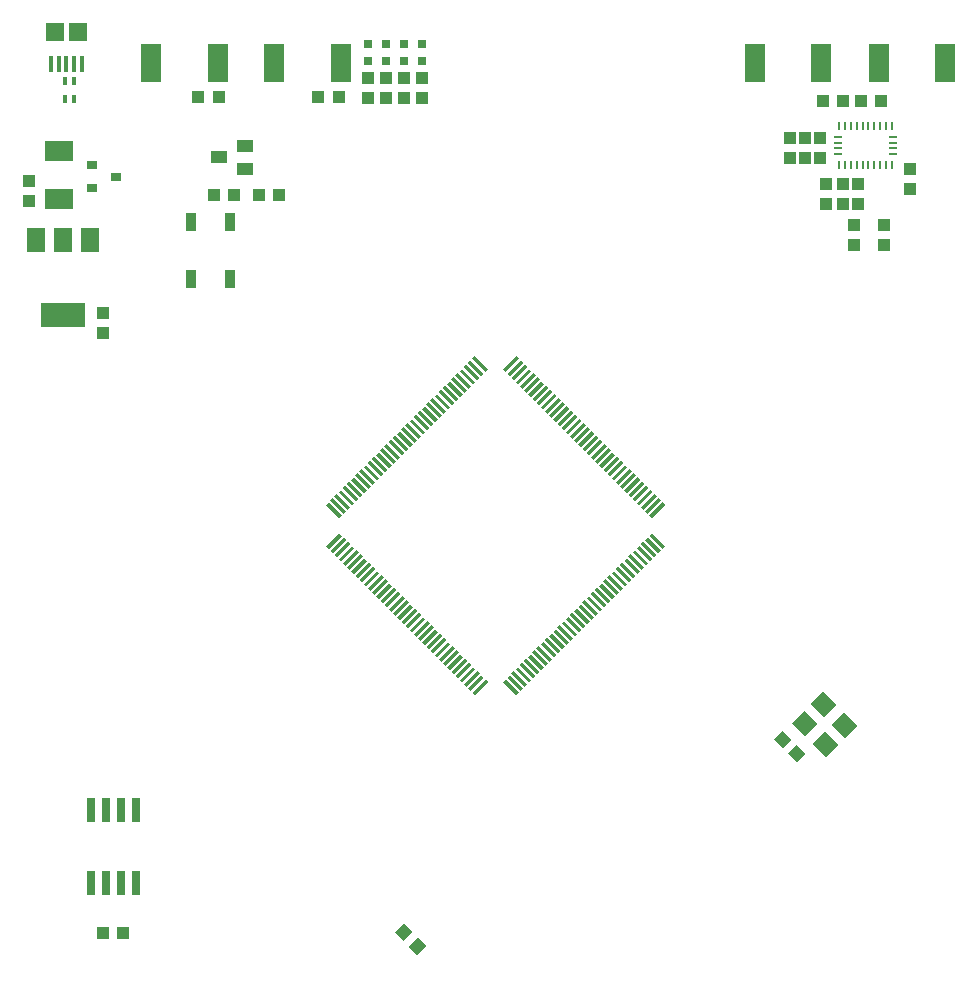
<source format=gtp>
G75*
%MOIN*%
%OFA0B0*%
%FSLAX25Y25*%
%IPPOS*%
%LPD*%
%AMOC8*
5,1,8,0,0,1.08239X$1,22.5*
%
%ADD10R,0.01181X0.06299*%
%ADD11R,0.06299X0.01181*%
%ADD12R,0.03937X0.04331*%
%ADD13R,0.06299X0.05906*%
%ADD14R,0.04331X0.03937*%
%ADD15R,0.03500X0.03100*%
%ADD16R,0.05906X0.06102*%
%ADD17R,0.01575X0.05315*%
%ADD18R,0.01772X0.02756*%
%ADD19R,0.05900X0.07900*%
%ADD20R,0.15000X0.07900*%
%ADD21R,0.09449X0.07087*%
%ADD22R,0.02600X0.08000*%
%ADD23R,0.00984X0.02657*%
%ADD24R,0.02657X0.00984*%
%ADD25R,0.07087X0.12598*%
%ADD26R,0.03543X0.05906*%
%ADD27R,0.05512X0.03937*%
%ADD28R,0.03150X0.03150*%
D10*
G36*
X0225978Y0198386D02*
X0225144Y0197552D01*
X0220692Y0202004D01*
X0221526Y0202838D01*
X0225978Y0198386D01*
G37*
G36*
X0227370Y0199778D02*
X0226536Y0198944D01*
X0222084Y0203396D01*
X0222918Y0204230D01*
X0227370Y0199778D01*
G37*
G36*
X0228762Y0201170D02*
X0227928Y0200336D01*
X0223476Y0204788D01*
X0224310Y0205622D01*
X0228762Y0201170D01*
G37*
G36*
X0230154Y0202562D02*
X0229320Y0201728D01*
X0224868Y0206180D01*
X0225702Y0207014D01*
X0230154Y0202562D01*
G37*
G36*
X0231546Y0203954D02*
X0230712Y0203120D01*
X0226260Y0207572D01*
X0227094Y0208406D01*
X0231546Y0203954D01*
G37*
G36*
X0232938Y0205346D02*
X0232104Y0204512D01*
X0227652Y0208964D01*
X0228486Y0209798D01*
X0232938Y0205346D01*
G37*
G36*
X0234330Y0206738D02*
X0233496Y0205904D01*
X0229044Y0210356D01*
X0229878Y0211190D01*
X0234330Y0206738D01*
G37*
G36*
X0235722Y0208130D02*
X0234888Y0207296D01*
X0230436Y0211748D01*
X0231270Y0212582D01*
X0235722Y0208130D01*
G37*
G36*
X0237114Y0209521D02*
X0236280Y0208687D01*
X0231828Y0213139D01*
X0232662Y0213973D01*
X0237114Y0209521D01*
G37*
G36*
X0238506Y0210913D02*
X0237672Y0210079D01*
X0233220Y0214531D01*
X0234054Y0215365D01*
X0238506Y0210913D01*
G37*
G36*
X0239898Y0212305D02*
X0239064Y0211471D01*
X0234612Y0215923D01*
X0235446Y0216757D01*
X0239898Y0212305D01*
G37*
G36*
X0241290Y0213697D02*
X0240456Y0212863D01*
X0236004Y0217315D01*
X0236838Y0218149D01*
X0241290Y0213697D01*
G37*
G36*
X0242682Y0215089D02*
X0241848Y0214255D01*
X0237396Y0218707D01*
X0238230Y0219541D01*
X0242682Y0215089D01*
G37*
G36*
X0244074Y0216481D02*
X0243240Y0215647D01*
X0238788Y0220099D01*
X0239622Y0220933D01*
X0244074Y0216481D01*
G37*
G36*
X0245466Y0217873D02*
X0244632Y0217039D01*
X0240180Y0221491D01*
X0241014Y0222325D01*
X0245466Y0217873D01*
G37*
G36*
X0246858Y0219265D02*
X0246024Y0218431D01*
X0241572Y0222883D01*
X0242406Y0223717D01*
X0246858Y0219265D01*
G37*
G36*
X0248250Y0220657D02*
X0247416Y0219823D01*
X0242964Y0224275D01*
X0243798Y0225109D01*
X0248250Y0220657D01*
G37*
G36*
X0249641Y0222049D02*
X0248807Y0221215D01*
X0244355Y0225667D01*
X0245189Y0226501D01*
X0249641Y0222049D01*
G37*
G36*
X0251033Y0223441D02*
X0250199Y0222607D01*
X0245747Y0227059D01*
X0246581Y0227893D01*
X0251033Y0223441D01*
G37*
G36*
X0252425Y0224833D02*
X0251591Y0223999D01*
X0247139Y0228451D01*
X0247973Y0229285D01*
X0252425Y0224833D01*
G37*
G36*
X0253817Y0226225D02*
X0252983Y0225391D01*
X0248531Y0229843D01*
X0249365Y0230677D01*
X0253817Y0226225D01*
G37*
G36*
X0255209Y0227617D02*
X0254375Y0226783D01*
X0249923Y0231235D01*
X0250757Y0232069D01*
X0255209Y0227617D01*
G37*
G36*
X0256601Y0229009D02*
X0255767Y0228175D01*
X0251315Y0232627D01*
X0252149Y0233461D01*
X0256601Y0229009D01*
G37*
G36*
X0257993Y0230401D02*
X0257159Y0229567D01*
X0252707Y0234019D01*
X0253541Y0234853D01*
X0257993Y0230401D01*
G37*
G36*
X0259385Y0231793D02*
X0258551Y0230959D01*
X0254099Y0235411D01*
X0254933Y0236245D01*
X0259385Y0231793D01*
G37*
G36*
X0260777Y0233185D02*
X0259943Y0232351D01*
X0255491Y0236803D01*
X0256325Y0237637D01*
X0260777Y0233185D01*
G37*
G36*
X0262169Y0234576D02*
X0261335Y0233742D01*
X0256883Y0238194D01*
X0257717Y0239028D01*
X0262169Y0234576D01*
G37*
G36*
X0263561Y0235968D02*
X0262727Y0235134D01*
X0258275Y0239586D01*
X0259109Y0240420D01*
X0263561Y0235968D01*
G37*
G36*
X0264953Y0237360D02*
X0264119Y0236526D01*
X0259667Y0240978D01*
X0260501Y0241812D01*
X0264953Y0237360D01*
G37*
G36*
X0266345Y0238752D02*
X0265511Y0237918D01*
X0261059Y0242370D01*
X0261893Y0243204D01*
X0266345Y0238752D01*
G37*
G36*
X0267737Y0240144D02*
X0266903Y0239310D01*
X0262451Y0243762D01*
X0263285Y0244596D01*
X0267737Y0240144D01*
G37*
G36*
X0269129Y0241536D02*
X0268295Y0240702D01*
X0263843Y0245154D01*
X0264677Y0245988D01*
X0269129Y0241536D01*
G37*
G36*
X0270521Y0242928D02*
X0269687Y0242094D01*
X0265235Y0246546D01*
X0266069Y0247380D01*
X0270521Y0242928D01*
G37*
G36*
X0271913Y0244320D02*
X0271079Y0243486D01*
X0266627Y0247938D01*
X0267461Y0248772D01*
X0271913Y0244320D01*
G37*
G36*
X0273304Y0245712D02*
X0272470Y0244878D01*
X0268018Y0249330D01*
X0268852Y0250164D01*
X0273304Y0245712D01*
G37*
G36*
X0274696Y0247104D02*
X0273862Y0246270D01*
X0269410Y0250722D01*
X0270244Y0251556D01*
X0274696Y0247104D01*
G37*
G36*
X0215678Y0306122D02*
X0214844Y0305288D01*
X0210392Y0309740D01*
X0211226Y0310574D01*
X0215678Y0306122D01*
G37*
G36*
X0214286Y0304730D02*
X0213452Y0303896D01*
X0209000Y0308348D01*
X0209834Y0309182D01*
X0214286Y0304730D01*
G37*
G36*
X0212894Y0303338D02*
X0212060Y0302504D01*
X0207608Y0306956D01*
X0208442Y0307790D01*
X0212894Y0303338D01*
G37*
G36*
X0211502Y0301946D02*
X0210668Y0301112D01*
X0206216Y0305564D01*
X0207050Y0306398D01*
X0211502Y0301946D01*
G37*
G36*
X0210110Y0300555D02*
X0209276Y0299721D01*
X0204824Y0304173D01*
X0205658Y0305007D01*
X0210110Y0300555D01*
G37*
G36*
X0208718Y0299163D02*
X0207884Y0298329D01*
X0203432Y0302781D01*
X0204266Y0303615D01*
X0208718Y0299163D01*
G37*
G36*
X0207326Y0297771D02*
X0206492Y0296937D01*
X0202040Y0301389D01*
X0202874Y0302223D01*
X0207326Y0297771D01*
G37*
G36*
X0205934Y0296379D02*
X0205100Y0295545D01*
X0200648Y0299997D01*
X0201482Y0300831D01*
X0205934Y0296379D01*
G37*
G36*
X0204543Y0294987D02*
X0203709Y0294153D01*
X0199257Y0298605D01*
X0200091Y0299439D01*
X0204543Y0294987D01*
G37*
G36*
X0203151Y0293595D02*
X0202317Y0292761D01*
X0197865Y0297213D01*
X0198699Y0298047D01*
X0203151Y0293595D01*
G37*
G36*
X0201759Y0292203D02*
X0200925Y0291369D01*
X0196473Y0295821D01*
X0197307Y0296655D01*
X0201759Y0292203D01*
G37*
G36*
X0200367Y0290811D02*
X0199533Y0289977D01*
X0195081Y0294429D01*
X0195915Y0295263D01*
X0200367Y0290811D01*
G37*
G36*
X0198975Y0289419D02*
X0198141Y0288585D01*
X0193689Y0293037D01*
X0194523Y0293871D01*
X0198975Y0289419D01*
G37*
G36*
X0197583Y0288027D02*
X0196749Y0287193D01*
X0192297Y0291645D01*
X0193131Y0292479D01*
X0197583Y0288027D01*
G37*
G36*
X0196191Y0286635D02*
X0195357Y0285801D01*
X0190905Y0290253D01*
X0191739Y0291087D01*
X0196191Y0286635D01*
G37*
G36*
X0194799Y0285243D02*
X0193965Y0284409D01*
X0189513Y0288861D01*
X0190347Y0289695D01*
X0194799Y0285243D01*
G37*
G36*
X0193407Y0283851D02*
X0192573Y0283017D01*
X0188121Y0287469D01*
X0188955Y0288303D01*
X0193407Y0283851D01*
G37*
G36*
X0192015Y0282459D02*
X0191181Y0281625D01*
X0186729Y0286077D01*
X0187563Y0286911D01*
X0192015Y0282459D01*
G37*
G36*
X0190623Y0281067D02*
X0189789Y0280233D01*
X0185337Y0284685D01*
X0186171Y0285519D01*
X0190623Y0281067D01*
G37*
G36*
X0189231Y0279675D02*
X0188397Y0278841D01*
X0183945Y0283293D01*
X0184779Y0284127D01*
X0189231Y0279675D01*
G37*
G36*
X0187839Y0278283D02*
X0187005Y0277449D01*
X0182553Y0281901D01*
X0183387Y0282735D01*
X0187839Y0278283D01*
G37*
G36*
X0186447Y0276892D02*
X0185613Y0276058D01*
X0181161Y0280510D01*
X0181995Y0281344D01*
X0186447Y0276892D01*
G37*
G36*
X0185055Y0275500D02*
X0184221Y0274666D01*
X0179769Y0279118D01*
X0180603Y0279952D01*
X0185055Y0275500D01*
G37*
G36*
X0183663Y0274108D02*
X0182829Y0273274D01*
X0178377Y0277726D01*
X0179211Y0278560D01*
X0183663Y0274108D01*
G37*
G36*
X0182271Y0272716D02*
X0181437Y0271882D01*
X0176985Y0276334D01*
X0177819Y0277168D01*
X0182271Y0272716D01*
G37*
G36*
X0180880Y0271324D02*
X0180046Y0270490D01*
X0175594Y0274942D01*
X0176428Y0275776D01*
X0180880Y0271324D01*
G37*
G36*
X0179488Y0269932D02*
X0178654Y0269098D01*
X0174202Y0273550D01*
X0175036Y0274384D01*
X0179488Y0269932D01*
G37*
G36*
X0178096Y0268540D02*
X0177262Y0267706D01*
X0172810Y0272158D01*
X0173644Y0272992D01*
X0178096Y0268540D01*
G37*
G36*
X0176704Y0267148D02*
X0175870Y0266314D01*
X0171418Y0270766D01*
X0172252Y0271600D01*
X0176704Y0267148D01*
G37*
G36*
X0175312Y0265756D02*
X0174478Y0264922D01*
X0170026Y0269374D01*
X0170860Y0270208D01*
X0175312Y0265756D01*
G37*
G36*
X0173920Y0264364D02*
X0173086Y0263530D01*
X0168634Y0267982D01*
X0169468Y0268816D01*
X0173920Y0264364D01*
G37*
G36*
X0172528Y0262972D02*
X0171694Y0262138D01*
X0167242Y0266590D01*
X0168076Y0267424D01*
X0172528Y0262972D01*
G37*
G36*
X0171136Y0261580D02*
X0170302Y0260746D01*
X0165850Y0265198D01*
X0166684Y0266032D01*
X0171136Y0261580D01*
G37*
G36*
X0169744Y0260188D02*
X0168910Y0259354D01*
X0164458Y0263806D01*
X0165292Y0264640D01*
X0169744Y0260188D01*
G37*
G36*
X0168352Y0258796D02*
X0167518Y0257962D01*
X0163066Y0262414D01*
X0163900Y0263248D01*
X0168352Y0258796D01*
G37*
G36*
X0166960Y0257404D02*
X0166126Y0256570D01*
X0161674Y0261022D01*
X0162508Y0261856D01*
X0166960Y0257404D01*
G37*
D11*
G36*
X0166960Y0250722D02*
X0162508Y0246270D01*
X0161674Y0247104D01*
X0166126Y0251556D01*
X0166960Y0250722D01*
G37*
G36*
X0168352Y0249330D02*
X0163900Y0244878D01*
X0163066Y0245712D01*
X0167518Y0250164D01*
X0168352Y0249330D01*
G37*
G36*
X0169744Y0247938D02*
X0165292Y0243486D01*
X0164458Y0244320D01*
X0168910Y0248772D01*
X0169744Y0247938D01*
G37*
G36*
X0171136Y0246546D02*
X0166684Y0242094D01*
X0165850Y0242928D01*
X0170302Y0247380D01*
X0171136Y0246546D01*
G37*
G36*
X0172528Y0245154D02*
X0168076Y0240702D01*
X0167242Y0241536D01*
X0171694Y0245988D01*
X0172528Y0245154D01*
G37*
G36*
X0173920Y0243762D02*
X0169468Y0239310D01*
X0168634Y0240144D01*
X0173086Y0244596D01*
X0173920Y0243762D01*
G37*
G36*
X0175312Y0242370D02*
X0170860Y0237918D01*
X0170026Y0238752D01*
X0174478Y0243204D01*
X0175312Y0242370D01*
G37*
G36*
X0176704Y0240978D02*
X0172252Y0236526D01*
X0171418Y0237360D01*
X0175870Y0241812D01*
X0176704Y0240978D01*
G37*
G36*
X0178096Y0239586D02*
X0173644Y0235134D01*
X0172810Y0235968D01*
X0177262Y0240420D01*
X0178096Y0239586D01*
G37*
G36*
X0179488Y0238194D02*
X0175036Y0233742D01*
X0174202Y0234576D01*
X0178654Y0239028D01*
X0179488Y0238194D01*
G37*
G36*
X0180880Y0236803D02*
X0176428Y0232351D01*
X0175594Y0233185D01*
X0180046Y0237637D01*
X0180880Y0236803D01*
G37*
G36*
X0182271Y0235411D02*
X0177819Y0230959D01*
X0176985Y0231793D01*
X0181437Y0236245D01*
X0182271Y0235411D01*
G37*
G36*
X0183663Y0234019D02*
X0179211Y0229567D01*
X0178377Y0230401D01*
X0182829Y0234853D01*
X0183663Y0234019D01*
G37*
G36*
X0185055Y0232627D02*
X0180603Y0228175D01*
X0179769Y0229009D01*
X0184221Y0233461D01*
X0185055Y0232627D01*
G37*
G36*
X0186447Y0231235D02*
X0181995Y0226783D01*
X0181161Y0227617D01*
X0185613Y0232069D01*
X0186447Y0231235D01*
G37*
G36*
X0187839Y0229843D02*
X0183387Y0225391D01*
X0182553Y0226225D01*
X0187005Y0230677D01*
X0187839Y0229843D01*
G37*
G36*
X0189231Y0228451D02*
X0184779Y0223999D01*
X0183945Y0224833D01*
X0188397Y0229285D01*
X0189231Y0228451D01*
G37*
G36*
X0190623Y0227059D02*
X0186171Y0222607D01*
X0185337Y0223441D01*
X0189789Y0227893D01*
X0190623Y0227059D01*
G37*
G36*
X0192015Y0225667D02*
X0187563Y0221215D01*
X0186729Y0222049D01*
X0191181Y0226501D01*
X0192015Y0225667D01*
G37*
G36*
X0193407Y0224275D02*
X0188955Y0219823D01*
X0188121Y0220657D01*
X0192573Y0225109D01*
X0193407Y0224275D01*
G37*
G36*
X0194799Y0222883D02*
X0190347Y0218431D01*
X0189513Y0219265D01*
X0193965Y0223717D01*
X0194799Y0222883D01*
G37*
G36*
X0196191Y0221491D02*
X0191739Y0217039D01*
X0190905Y0217873D01*
X0195357Y0222325D01*
X0196191Y0221491D01*
G37*
G36*
X0197583Y0220099D02*
X0193131Y0215647D01*
X0192297Y0216481D01*
X0196749Y0220933D01*
X0197583Y0220099D01*
G37*
G36*
X0198975Y0218707D02*
X0194523Y0214255D01*
X0193689Y0215089D01*
X0198141Y0219541D01*
X0198975Y0218707D01*
G37*
G36*
X0200367Y0217315D02*
X0195915Y0212863D01*
X0195081Y0213697D01*
X0199533Y0218149D01*
X0200367Y0217315D01*
G37*
G36*
X0201759Y0215923D02*
X0197307Y0211471D01*
X0196473Y0212305D01*
X0200925Y0216757D01*
X0201759Y0215923D01*
G37*
G36*
X0203151Y0214531D02*
X0198699Y0210079D01*
X0197865Y0210913D01*
X0202317Y0215365D01*
X0203151Y0214531D01*
G37*
G36*
X0204543Y0213139D02*
X0200091Y0208687D01*
X0199257Y0209521D01*
X0203709Y0213973D01*
X0204543Y0213139D01*
G37*
G36*
X0205934Y0211748D02*
X0201482Y0207296D01*
X0200648Y0208130D01*
X0205100Y0212582D01*
X0205934Y0211748D01*
G37*
G36*
X0207326Y0210356D02*
X0202874Y0205904D01*
X0202040Y0206738D01*
X0206492Y0211190D01*
X0207326Y0210356D01*
G37*
G36*
X0208718Y0208964D02*
X0204266Y0204512D01*
X0203432Y0205346D01*
X0207884Y0209798D01*
X0208718Y0208964D01*
G37*
G36*
X0210110Y0207572D02*
X0205658Y0203120D01*
X0204824Y0203954D01*
X0209276Y0208406D01*
X0210110Y0207572D01*
G37*
G36*
X0211502Y0206180D02*
X0207050Y0201728D01*
X0206216Y0202562D01*
X0210668Y0207014D01*
X0211502Y0206180D01*
G37*
G36*
X0212894Y0204788D02*
X0208442Y0200336D01*
X0207608Y0201170D01*
X0212060Y0205622D01*
X0212894Y0204788D01*
G37*
G36*
X0214286Y0203396D02*
X0209834Y0198944D01*
X0209000Y0199778D01*
X0213452Y0204230D01*
X0214286Y0203396D01*
G37*
G36*
X0215678Y0202004D02*
X0211226Y0197552D01*
X0210392Y0198386D01*
X0214844Y0202838D01*
X0215678Y0202004D01*
G37*
G36*
X0273304Y0262414D02*
X0268852Y0257962D01*
X0268018Y0258796D01*
X0272470Y0263248D01*
X0273304Y0262414D01*
G37*
G36*
X0274696Y0261022D02*
X0270244Y0256570D01*
X0269410Y0257404D01*
X0273862Y0261856D01*
X0274696Y0261022D01*
G37*
G36*
X0271913Y0263806D02*
X0267461Y0259354D01*
X0266627Y0260188D01*
X0271079Y0264640D01*
X0271913Y0263806D01*
G37*
G36*
X0270521Y0265198D02*
X0266069Y0260746D01*
X0265235Y0261580D01*
X0269687Y0266032D01*
X0270521Y0265198D01*
G37*
G36*
X0269129Y0266590D02*
X0264677Y0262138D01*
X0263843Y0262972D01*
X0268295Y0267424D01*
X0269129Y0266590D01*
G37*
G36*
X0267737Y0267982D02*
X0263285Y0263530D01*
X0262451Y0264364D01*
X0266903Y0268816D01*
X0267737Y0267982D01*
G37*
G36*
X0266345Y0269374D02*
X0261893Y0264922D01*
X0261059Y0265756D01*
X0265511Y0270208D01*
X0266345Y0269374D01*
G37*
G36*
X0264953Y0270766D02*
X0260501Y0266314D01*
X0259667Y0267148D01*
X0264119Y0271600D01*
X0264953Y0270766D01*
G37*
G36*
X0263561Y0272158D02*
X0259109Y0267706D01*
X0258275Y0268540D01*
X0262727Y0272992D01*
X0263561Y0272158D01*
G37*
G36*
X0262169Y0273550D02*
X0257717Y0269098D01*
X0256883Y0269932D01*
X0261335Y0274384D01*
X0262169Y0273550D01*
G37*
G36*
X0260777Y0274942D02*
X0256325Y0270490D01*
X0255491Y0271324D01*
X0259943Y0275776D01*
X0260777Y0274942D01*
G37*
G36*
X0259385Y0276334D02*
X0254933Y0271882D01*
X0254099Y0272716D01*
X0258551Y0277168D01*
X0259385Y0276334D01*
G37*
G36*
X0257993Y0277726D02*
X0253541Y0273274D01*
X0252707Y0274108D01*
X0257159Y0278560D01*
X0257993Y0277726D01*
G37*
G36*
X0256601Y0279118D02*
X0252149Y0274666D01*
X0251315Y0275500D01*
X0255767Y0279952D01*
X0256601Y0279118D01*
G37*
G36*
X0255209Y0280510D02*
X0250757Y0276058D01*
X0249923Y0276892D01*
X0254375Y0281344D01*
X0255209Y0280510D01*
G37*
G36*
X0253817Y0281901D02*
X0249365Y0277449D01*
X0248531Y0278283D01*
X0252983Y0282735D01*
X0253817Y0281901D01*
G37*
G36*
X0252425Y0283293D02*
X0247973Y0278841D01*
X0247139Y0279675D01*
X0251591Y0284127D01*
X0252425Y0283293D01*
G37*
G36*
X0251033Y0284685D02*
X0246581Y0280233D01*
X0245747Y0281067D01*
X0250199Y0285519D01*
X0251033Y0284685D01*
G37*
G36*
X0249641Y0286077D02*
X0245189Y0281625D01*
X0244355Y0282459D01*
X0248807Y0286911D01*
X0249641Y0286077D01*
G37*
G36*
X0248250Y0287469D02*
X0243798Y0283017D01*
X0242964Y0283851D01*
X0247416Y0288303D01*
X0248250Y0287469D01*
G37*
G36*
X0246858Y0288861D02*
X0242406Y0284409D01*
X0241572Y0285243D01*
X0246024Y0289695D01*
X0246858Y0288861D01*
G37*
G36*
X0245466Y0290253D02*
X0241014Y0285801D01*
X0240180Y0286635D01*
X0244632Y0291087D01*
X0245466Y0290253D01*
G37*
G36*
X0244074Y0291645D02*
X0239622Y0287193D01*
X0238788Y0288027D01*
X0243240Y0292479D01*
X0244074Y0291645D01*
G37*
G36*
X0242682Y0293037D02*
X0238230Y0288585D01*
X0237396Y0289419D01*
X0241848Y0293871D01*
X0242682Y0293037D01*
G37*
G36*
X0241290Y0294429D02*
X0236838Y0289977D01*
X0236004Y0290811D01*
X0240456Y0295263D01*
X0241290Y0294429D01*
G37*
G36*
X0239898Y0295821D02*
X0235446Y0291369D01*
X0234612Y0292203D01*
X0239064Y0296655D01*
X0239898Y0295821D01*
G37*
G36*
X0238506Y0297213D02*
X0234054Y0292761D01*
X0233220Y0293595D01*
X0237672Y0298047D01*
X0238506Y0297213D01*
G37*
G36*
X0237114Y0298605D02*
X0232662Y0294153D01*
X0231828Y0294987D01*
X0236280Y0299439D01*
X0237114Y0298605D01*
G37*
G36*
X0235722Y0299997D02*
X0231270Y0295545D01*
X0230436Y0296379D01*
X0234888Y0300831D01*
X0235722Y0299997D01*
G37*
G36*
X0234330Y0301389D02*
X0229878Y0296937D01*
X0229044Y0297771D01*
X0233496Y0302223D01*
X0234330Y0301389D01*
G37*
G36*
X0232938Y0302781D02*
X0228486Y0298329D01*
X0227652Y0299163D01*
X0232104Y0303615D01*
X0232938Y0302781D01*
G37*
G36*
X0231546Y0304173D02*
X0227094Y0299721D01*
X0226260Y0300555D01*
X0230712Y0305007D01*
X0231546Y0304173D01*
G37*
G36*
X0230154Y0305564D02*
X0225702Y0301112D01*
X0224868Y0301946D01*
X0229320Y0306398D01*
X0230154Y0305564D01*
G37*
G36*
X0228762Y0306956D02*
X0224310Y0302504D01*
X0223476Y0303338D01*
X0227928Y0307790D01*
X0228762Y0306956D01*
G37*
G36*
X0227370Y0308348D02*
X0222918Y0303896D01*
X0222084Y0304730D01*
X0226536Y0309182D01*
X0227370Y0308348D01*
G37*
G36*
X0225978Y0309740D02*
X0221526Y0305288D01*
X0220692Y0306122D01*
X0225144Y0310574D01*
X0225978Y0309740D01*
G37*
D12*
X0087398Y0118248D03*
X0094091Y0118248D03*
G36*
X0187396Y0115622D02*
X0184613Y0118405D01*
X0187674Y0121466D01*
X0190457Y0118683D01*
X0187396Y0115622D01*
G37*
G36*
X0192128Y0110889D02*
X0189345Y0113672D01*
X0192406Y0116733D01*
X0195189Y0113950D01*
X0192128Y0110889D01*
G37*
X0087244Y0318152D03*
X0087244Y0324844D03*
X0062744Y0362152D03*
X0062744Y0368844D03*
X0119148Y0396748D03*
X0125841Y0396748D03*
X0124398Y0364248D03*
X0131091Y0364248D03*
X0139398Y0364248D03*
X0146091Y0364248D03*
X0159148Y0396748D03*
X0165841Y0396748D03*
X0316494Y0383144D03*
X0316494Y0376452D03*
X0321494Y0376452D03*
X0326494Y0376452D03*
X0326494Y0383144D03*
X0321494Y0383144D03*
X0327398Y0395498D03*
X0334091Y0395498D03*
X0339898Y0395498D03*
X0346591Y0395498D03*
X0338994Y0367844D03*
X0338994Y0361152D03*
D13*
G36*
X0327487Y0198767D02*
X0331939Y0194315D01*
X0327763Y0190139D01*
X0323311Y0194591D01*
X0327487Y0198767D01*
G37*
G36*
X0321360Y0183736D02*
X0316908Y0188188D01*
X0321084Y0192364D01*
X0325536Y0187912D01*
X0321360Y0183736D01*
G37*
G36*
X0328319Y0176777D02*
X0323867Y0181229D01*
X0328043Y0185405D01*
X0332495Y0180953D01*
X0328319Y0176777D01*
G37*
G36*
X0334446Y0191807D02*
X0338898Y0187355D01*
X0334722Y0183179D01*
X0330270Y0187631D01*
X0334446Y0191807D01*
G37*
D14*
G36*
X0318524Y0180953D02*
X0321585Y0177892D01*
X0318802Y0175109D01*
X0315741Y0178170D01*
X0318524Y0180953D01*
G37*
G36*
X0313791Y0185686D02*
X0316852Y0182625D01*
X0314069Y0179842D01*
X0311008Y0182903D01*
X0313791Y0185686D01*
G37*
X0337744Y0347402D03*
X0337744Y0354094D03*
X0333994Y0361152D03*
X0333994Y0367844D03*
X0328494Y0367844D03*
X0328494Y0361152D03*
X0347744Y0354094D03*
X0347744Y0347402D03*
X0356494Y0366152D03*
X0356494Y0372844D03*
X0193744Y0396402D03*
X0187744Y0396402D03*
X0181744Y0396402D03*
X0175744Y0396402D03*
X0175744Y0403094D03*
X0181744Y0403094D03*
X0187744Y0403094D03*
X0193744Y0403094D03*
D15*
X0091744Y0370348D03*
X0083744Y0366548D03*
X0083744Y0374148D03*
D16*
X0079063Y0418539D03*
X0071189Y0418539D03*
D17*
X0070008Y0407909D03*
X0072567Y0407909D03*
X0075126Y0407909D03*
X0077685Y0407909D03*
X0080244Y0407909D03*
D18*
X0077819Y0402299D03*
X0074669Y0402299D03*
X0074669Y0396197D03*
X0077819Y0396197D03*
D19*
X0073894Y0349148D03*
X0082894Y0349148D03*
X0064894Y0349148D03*
D20*
X0073994Y0324348D03*
D21*
X0072744Y0363026D03*
X0072744Y0378970D03*
D22*
X0083494Y0159098D03*
X0088494Y0159098D03*
X0093494Y0159098D03*
X0098494Y0159098D03*
X0098494Y0134898D03*
X0093494Y0134898D03*
X0088494Y0134898D03*
X0083494Y0134898D03*
D23*
X0332636Y0374203D03*
X0334604Y0374203D03*
X0336573Y0374203D03*
X0338541Y0374203D03*
X0340510Y0374203D03*
X0342478Y0374203D03*
X0344447Y0374203D03*
X0346415Y0374203D03*
X0348384Y0374203D03*
X0350352Y0374203D03*
X0350352Y0387293D03*
X0348384Y0387293D03*
X0346415Y0387293D03*
X0344447Y0387293D03*
X0342478Y0387293D03*
X0340510Y0387293D03*
X0338541Y0387293D03*
X0336573Y0387293D03*
X0334604Y0387293D03*
X0332636Y0387293D03*
D24*
X0332193Y0383701D03*
X0332193Y0381732D03*
X0332193Y0379764D03*
X0332193Y0377795D03*
X0350795Y0377795D03*
X0350795Y0379764D03*
X0350795Y0381732D03*
X0350795Y0383701D03*
D25*
X0345970Y0408248D03*
X0326768Y0408248D03*
X0304720Y0408248D03*
X0368018Y0408248D03*
X0166518Y0408248D03*
X0144470Y0408248D03*
X0125518Y0408248D03*
X0103470Y0408248D03*
D26*
X0116748Y0355394D03*
X0129740Y0355394D03*
X0129740Y0336102D03*
X0116748Y0336102D03*
D27*
X0134575Y0373008D03*
X0134575Y0380488D03*
X0125913Y0376748D03*
D28*
X0175744Y0408795D03*
X0175744Y0414701D03*
X0181744Y0414701D03*
X0181744Y0408795D03*
X0187744Y0408795D03*
X0193744Y0408795D03*
X0193744Y0414701D03*
X0187744Y0414701D03*
M02*

</source>
